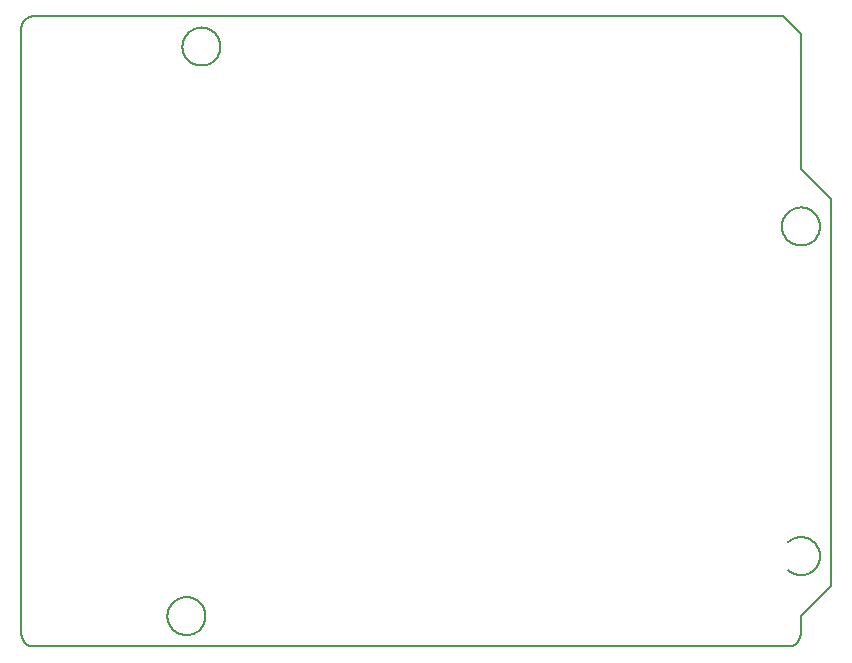
<source format=gko>
G04*
G04 #@! TF.GenerationSoftware,Altium Limited,Altium Designer,20.2.6 (244)*
G04*
G04 Layer_Color=16711935*
%FSLAX44Y44*%
%MOMM*%
G71*
G04*
G04 #@! TF.SameCoordinates,9515D0E1-E452-41A6-BF4E-AEEE6F90C87A*
G04*
G04*
G04 #@! TF.FilePolarity,Positive*
G04*
G01*
G75*
%ADD10C,0.2000*%
D10*
X143693Y40956D02*
X144230Y40806D01*
X143151Y41086D02*
X143693Y40956D01*
X142605Y41198D02*
X143151Y41086D01*
X142056Y41291D02*
X142605Y41198D01*
X141504Y41365D02*
X142056Y41291D01*
X141332Y9398D02*
X141889Y9467D01*
X142443Y9554D01*
X142994Y9661D01*
X143541Y9788D01*
X144083Y9933D01*
X153577Y17350D02*
X153849Y17842D01*
X154104Y18342D01*
X154341Y18850D01*
X154561Y19367D01*
X154762Y19891D01*
X149635Y37997D02*
X150066Y37643D01*
X149193Y38335D02*
X149635Y37997D01*
X148739Y38658D02*
X149193Y38335D01*
X148273Y38965D02*
X148739Y38658D01*
X147798Y39255D02*
X148273Y38965D01*
X147313Y39529D02*
X147798Y39255D01*
X146819Y39786D02*
X147313Y39529D01*
X132317Y39702D02*
X132817Y39948D01*
X131826Y39440D02*
X132317Y39702D01*
X131344Y39160D02*
X131826Y39440D01*
X130872Y38864D02*
X131344Y39160D01*
X130410Y38552D02*
X130872Y38864D01*
X129960Y38224D02*
X130410Y38552D01*
X129521Y37880D02*
X129960Y38224D01*
X129094Y37522D02*
X129521Y37880D01*
X124590Y19756D02*
X124794Y19237D01*
X125016Y18726D01*
X125256Y18223D01*
X125513Y17729D01*
X125786Y17244D01*
X146316Y40026D02*
X146819Y39786D01*
X145805Y40248D02*
X146316Y40026D01*
X145286Y40452D02*
X145805Y40248D01*
X144761Y40638D02*
X145286Y40452D01*
X144230Y40806D02*
X144761Y40638D01*
X154762Y19891D02*
X154945Y20422D01*
X155109Y20958D01*
X155254Y21501D01*
X155380Y22048D01*
X155487Y22599D01*
X155575Y23153D01*
X155644Y23710D01*
X155693Y24269D01*
X155722Y24830D01*
X155732Y25391D01*
X155722Y25948D02*
X155732Y25391D01*
X155693Y26504D02*
X155722Y25948D01*
X155645Y27060D02*
X155693Y26504D01*
X155577Y27613D02*
X155645Y27060D01*
X155491Y28163D02*
X155577Y27613D01*
X155385Y28710D02*
X155491Y28163D01*
X155261Y29253D02*
X155385Y28710D01*
X155118Y29792D02*
X155261Y29253D01*
X154956Y30325D02*
X155118Y29792D01*
X154776Y30852D02*
X154956Y30325D01*
X154578Y31373D02*
X154776Y30852D01*
X154361Y31886D02*
X154578Y31373D01*
X154128Y32392D02*
X154361Y31886D01*
X153876Y32889D02*
X154128Y32392D01*
X153608Y33378D02*
X153876Y32889D01*
X153323Y33857D02*
X153608Y33378D01*
X153021Y34325D02*
X153323Y33857D01*
X152704Y34783D02*
X153021Y34325D01*
X152371Y35230D02*
X152704Y34783D01*
X152022Y35664D02*
X152371Y35230D01*
X151659Y36087D02*
X152022Y35664D01*
X151281Y36496D02*
X151659Y36087D01*
X150890Y36893D02*
X151281Y36496D01*
X150484Y37275D02*
X150890Y36893D01*
X150066Y37643D02*
X150484Y37275D01*
X144083Y9933D02*
X144620Y10097D01*
X145151Y10280D01*
X145675Y10481D01*
X146191Y10700D01*
X146700Y10938D01*
X147200Y11192D01*
X147691Y11465D01*
X148172Y11754D01*
X148643Y12059D01*
X149103Y12381D01*
X149551Y12719D01*
X149987Y13072D01*
X150411Y13441D01*
X150821Y13823D01*
X151218Y14220D01*
X151601Y14631D01*
X151969Y15054D01*
X152323Y15491D01*
X152661Y15939D01*
X152982Y16399D01*
X153288Y16869D01*
X153577Y17350D01*
X140949Y41420D02*
X141504Y41365D01*
X140393Y41455D02*
X140949Y41420D01*
X139836Y41471D02*
X140393Y41455D01*
X139279Y41468D02*
X139836Y41471D01*
X138722Y41445D02*
X139279Y41468D01*
X138167Y41403D02*
X138722Y41445D01*
X137613Y41342D02*
X138167Y41403D01*
X137062Y41262D02*
X137613Y41342D01*
X136513Y41163D02*
X137062Y41262D01*
X135969Y41045D02*
X136513Y41163D01*
X135429Y40908D02*
X135969Y41045D01*
X134894Y40752D02*
X135429Y40908D01*
X134365Y40578D02*
X134894Y40752D01*
X133841Y40386D02*
X134365Y40578D01*
X133326Y40176D02*
X133841Y40386D01*
X132817Y39948D02*
X133326Y40176D01*
X128680Y37149D02*
X129094Y37522D01*
X128280Y36762D02*
X128680Y37149D01*
X127893Y36361D02*
X128280Y36762D01*
X127520Y35947D02*
X127893Y36361D01*
X127161Y35521D02*
X127520Y35947D01*
X126818Y35082D02*
X127161Y35521D01*
X126490Y34632D02*
X126818Y35082D01*
X126178Y34170D02*
X126490Y34632D01*
X125882Y33698D02*
X126178Y34170D01*
X125602Y33216D02*
X125882Y33698D01*
X125339Y32725D02*
X125602Y33216D01*
X125094Y32225D02*
X125339Y32725D01*
X124866Y31716D02*
X125094Y32225D01*
X124656Y31200D02*
X124866Y31716D01*
X124463Y30677D02*
X124656Y31200D01*
X124289Y30148D02*
X124463Y30677D01*
X124134Y29613D02*
X124289Y30148D01*
X123997Y29073D02*
X124134Y29613D01*
X123879Y28528D02*
X123997Y29073D01*
X123779Y27980D02*
X123879Y28528D01*
X123699Y27429D02*
X123779Y27980D01*
X123638Y26875D02*
X123699Y27429D01*
X123596Y26319D02*
X123638Y26875D01*
X123574Y25763D02*
X123596Y26319D01*
X123571Y25205D02*
X123574Y25763D01*
X123571Y25205D02*
X123587Y24648D01*
X123622Y24092D01*
X123677Y23538D01*
X123751Y22986D01*
X123843Y22436D01*
X123955Y21890D01*
X124086Y21349D01*
X124235Y20812D01*
X124403Y20281D01*
X124590Y19756D01*
X139651Y9310D02*
X140212Y9320D01*
X140772Y9349D01*
X141332Y9398D01*
X125786Y17244D02*
X126077Y16768D01*
X126384Y16303D01*
X126707Y15849D01*
X127045Y15406D01*
X127399Y14976D01*
X127767Y14557D01*
X128149Y14152D01*
X128545Y13760D01*
X128955Y13383D01*
X129377Y13019D01*
X129812Y12671D01*
X130259Y12338D01*
X130716Y12020D01*
X131185Y11719D01*
X131664Y11434D01*
X132152Y11165D01*
X132649Y10914D01*
X133155Y10680D01*
X133669Y10464D01*
X134189Y10266D01*
X134717Y10086D01*
X135250Y9924D01*
X135788Y9781D01*
X136332Y9656D01*
X136878Y9551D01*
X137429Y9464D01*
X137982Y9397D01*
X138537Y9349D01*
X139094Y9320D01*
X139651Y9310D01*
X671964Y86869D02*
X672327Y86446D01*
X671586Y87278D02*
X671964Y86869D01*
X671194Y87675D02*
X671586Y87278D01*
X670789Y88057D02*
X671194Y87675D01*
X670371Y88425D02*
X670789Y88057D01*
X669940Y88779D02*
X670371Y88425D01*
X651648Y89942D02*
X652130Y90222D01*
X651176Y89646D02*
X651648Y89942D01*
X650715Y89334D02*
X651176Y89646D01*
X650264Y89006D02*
X650715Y89334D01*
X649825Y88663D02*
X650264Y89006D01*
X669856Y63501D02*
X670292Y63854D01*
X670715Y64223D01*
X671126Y64605D01*
X671523Y65002D01*
X671906Y65413D01*
X672274Y65836D01*
X649682Y63801D02*
X650117Y63453D01*
X650563Y63120D01*
X651021Y62802D01*
X651490Y62501D01*
X651968Y62216D01*
X675882Y78395D02*
X675949Y77842D01*
X675795Y78945D02*
X675882Y78395D01*
X675690Y79492D02*
X675795Y78945D01*
X675565Y80035D02*
X675690Y79492D01*
X675422Y80574D02*
X675565Y80035D01*
X675260Y81107D02*
X675422Y80574D01*
X675080Y81634D02*
X675260Y81107D01*
X674882Y82155D02*
X675080Y81634D01*
X674666Y82669D02*
X674882Y82155D01*
X674432Y83174D02*
X674666Y82669D01*
X674181Y83672D02*
X674432Y83174D01*
X673913Y84160D02*
X674181Y83672D01*
X673627Y84639D02*
X673913Y84160D01*
X673326Y85107D02*
X673627Y84639D01*
X673008Y85565D02*
X673326Y85107D01*
X672675Y86012D02*
X673008Y85565D01*
X672327Y86446D02*
X672675Y86012D01*
X672274Y65836D02*
X672627Y66273D01*
X672965Y66721D01*
X673287Y67181D01*
X673593Y67652D01*
X673882Y68133D01*
X674154Y68623D01*
X674409Y69124D01*
X674646Y69632D01*
X674865Y70149D01*
X675066Y70673D01*
X675249Y71204D01*
X675413Y71741D01*
X675558Y72283D01*
X675685Y72830D01*
X675792Y73381D01*
X675880Y73935D01*
X675948Y74492D01*
X675997Y75051D01*
X676026Y75612D01*
X676036Y76173D01*
X676027Y76730D02*
X676036Y76173D01*
X675997Y77287D02*
X676027Y76730D01*
X675949Y77842D02*
X675997Y77287D01*
X669497Y89117D02*
X669940Y88779D01*
X669043Y89440D02*
X669497Y89117D01*
X668578Y89747D02*
X669043Y89440D01*
X668103Y90037D02*
X668578Y89747D01*
X667617Y90311D02*
X668103Y90037D01*
X667123Y90568D02*
X667617Y90311D01*
X666620Y90808D02*
X667123Y90568D01*
X666109Y91030D02*
X666620Y90808D01*
X665591Y91234D02*
X666109Y91030D01*
X665066Y91420D02*
X665591Y91234D01*
X664534Y91588D02*
X665066Y91420D01*
X663997Y91738D02*
X664534Y91588D01*
X663456Y91868D02*
X663997Y91738D01*
X662910Y91980D02*
X663456Y91868D01*
X662361Y92073D02*
X662910Y91980D01*
X661808Y92147D02*
X662361Y92073D01*
X661254Y92201D02*
X661808Y92147D01*
X660698Y92237D02*
X661254Y92201D01*
X660141Y92253D02*
X660698Y92237D01*
X659584Y92250D02*
X660141Y92253D01*
X659027Y92227D02*
X659584Y92250D01*
X658471Y92185D02*
X659027Y92227D01*
X657918Y92125D02*
X658471Y92185D01*
X657366Y92044D02*
X657918Y92125D01*
X656818Y91945D02*
X657366Y92044D01*
X656273Y91827D02*
X656818Y91945D01*
X655733Y91690D02*
X656273Y91827D01*
X655198Y91534D02*
X655733Y91690D01*
X654669Y91360D02*
X655198Y91534D01*
X654146Y91168D02*
X654669Y91360D01*
X653630Y90958D02*
X654146Y91168D01*
X653122Y90730D02*
X653630Y90958D01*
X652622Y90485D02*
X653122Y90730D01*
X652130Y90222D02*
X652622Y90485D01*
X659955Y60092D02*
X660516Y60102D01*
X661077Y60131D01*
X661636Y60180D01*
X662193Y60249D01*
X662748Y60336D01*
X663299Y60444D01*
X663846Y60570D01*
X664388Y60715D01*
X664924Y60879D01*
X665455Y61062D01*
X665979Y61263D01*
X666496Y61482D01*
X667005Y61720D01*
X667505Y61974D01*
X667996Y62246D01*
X668477Y62536D01*
X668948Y62841D01*
X669407Y63163D01*
X669856Y63501D01*
X651968Y62216D02*
X652457Y61947D01*
X652954Y61696D01*
X653460Y61462D01*
X653973Y61246D01*
X654494Y61048D01*
X655021Y60868D01*
X655554Y60706D01*
X656093Y60563D01*
X656636Y60438D01*
X657183Y60333D01*
X657734Y60246D01*
X658287Y60179D01*
X658842Y60131D01*
X659398Y60102D01*
X659955Y60092D01*
X649399Y88304D02*
X649825Y88663D01*
X648985Y87931D02*
X649399Y88304D01*
X648850Y64542D02*
X649259Y64165D01*
X649682Y63801D01*
X669856Y342591D02*
X670292Y342944D01*
X670715Y343312D01*
X671126Y343695D01*
X671523Y344092D01*
X671906Y344502D01*
X672274Y344926D01*
X649682Y342891D02*
X650117Y342543D01*
X650563Y342210D01*
X671964Y365959D02*
X672327Y365536D01*
X671586Y366368D02*
X671964Y365959D01*
X671194Y366764D02*
X671586Y366368D01*
X670789Y367147D02*
X671194Y366764D01*
X670371Y367515D02*
X670789Y367147D01*
X669940Y367868D02*
X670371Y367515D01*
X651648Y369032D02*
X652130Y369311D01*
X651176Y368736D02*
X651648Y369032D01*
X650715Y368424D02*
X651176Y368736D01*
X650264Y368096D02*
X650715Y368424D01*
X649825Y367752D02*
X650264Y368096D01*
X650563Y342210D02*
X651021Y341892D01*
X651490Y341590D01*
X651968Y341305D01*
X673913Y363250D02*
X674181Y362761D01*
X673627Y363728D02*
X673913Y363250D01*
X673326Y364197D02*
X673627Y363728D01*
X673008Y364655D02*
X673326Y364197D01*
X672675Y365101D02*
X673008Y364655D01*
X669407Y342253D02*
X669856Y342591D01*
X646794Y364503D02*
X647122Y364954D01*
X646482Y364042D02*
X646794Y364503D01*
X646186Y363570D02*
X646482Y364042D01*
X645906Y363088D02*
X646186Y363570D01*
X645644Y362597D02*
X645906Y363088D01*
X647703Y344847D02*
X648071Y344429D01*
X648454Y344024D01*
X648850Y343632D01*
X649259Y343255D01*
X649682Y342891D01*
X672327Y365536D02*
X672675Y365101D01*
X672274Y344926D02*
X672627Y345362D01*
X672965Y345811D01*
X673287Y346270D01*
X673593Y346741D01*
X673882Y347222D01*
X674154Y347713D01*
X674409Y348213D01*
X674646Y348722D01*
X674865Y349239D01*
X675066Y349763D01*
X675249Y350294D01*
X675413Y350830D01*
X675558Y351372D01*
X675685Y351919D01*
X675792Y352470D01*
X675880Y353025D01*
X675948Y353582D01*
X675997Y354141D01*
X676026Y354702D01*
X676036Y355263D01*
X676027Y355820D02*
X676036Y355263D01*
X675997Y356376D02*
X676027Y355820D01*
X675949Y356931D02*
X675997Y356376D01*
X675882Y357485D02*
X675949Y356931D01*
X675795Y358035D02*
X675882Y357485D01*
X675690Y358582D02*
X675795Y358035D01*
X675565Y359125D02*
X675690Y358582D01*
X675422Y359664D02*
X675565Y359125D01*
X675260Y360197D02*
X675422Y359664D01*
X675080Y360724D02*
X675260Y360197D01*
X674882Y361245D02*
X675080Y360724D01*
X674666Y361758D02*
X674882Y361245D01*
X674432Y362264D02*
X674666Y361758D01*
X674181Y362761D02*
X674432Y362264D01*
X669497Y368207D02*
X669940Y367868D01*
X669043Y368530D02*
X669497Y368207D01*
X668578Y368836D02*
X669043Y368530D01*
X668103Y369127D02*
X668578Y368836D01*
X667617Y369401D02*
X668103Y369127D01*
X667123Y369658D02*
X667617Y369401D01*
X666620Y369898D02*
X667123Y369658D01*
X666109Y370120D02*
X666620Y369898D01*
X665591Y370324D02*
X666109Y370120D01*
X665066Y370510D02*
X665591Y370324D01*
X664534Y370678D02*
X665066Y370510D01*
X663997Y370827D02*
X664534Y370678D01*
X663456Y370958D02*
X663997Y370827D01*
X662910Y371070D02*
X663456Y370958D01*
X662361Y371163D02*
X662910Y371070D01*
X661808Y371237D02*
X662361Y371163D01*
X661254Y371291D02*
X661808Y371237D01*
X660698Y371327D02*
X661254Y371291D01*
X660141Y371343D02*
X660698Y371327D01*
X659584Y371339D02*
X660141Y371343D01*
X659027Y371317D02*
X659584Y371339D01*
X658471Y371275D02*
X659027Y371317D01*
X657918Y371214D02*
X658471Y371275D01*
X657366Y371134D02*
X657918Y371214D01*
X656818Y371035D02*
X657366Y371134D01*
X656273Y370917D02*
X656818Y371035D01*
X655733Y370780D02*
X656273Y370917D01*
X655198Y370624D02*
X655733Y370780D01*
X654669Y370450D02*
X655198Y370624D01*
X654146Y370258D02*
X654669Y370450D01*
X653630Y370048D02*
X654146Y370258D01*
X653122Y369820D02*
X653630Y370048D01*
X652622Y369574D02*
X653122Y369820D01*
X652130Y369311D02*
X652622Y369574D01*
X659955Y339182D02*
X660516Y339192D01*
X661077Y339221D01*
X661636Y339270D01*
X662193Y339338D01*
X662748Y339426D01*
X663299Y339533D01*
X663846Y339660D01*
X664388Y339805D01*
X664924Y339969D01*
X665455Y340152D01*
X665979Y340353D01*
X666496Y340572D01*
X667005Y340809D01*
X667505Y341064D01*
X667996Y341336D01*
X668477Y341625D01*
X668948Y341931D01*
X669407Y342253D01*
X651968Y341305D02*
X652457Y341037D01*
X652954Y340786D01*
X653460Y340552D01*
X653973Y340336D01*
X654494Y340137D01*
X655021Y339957D01*
X655554Y339796D01*
X656093Y339652D01*
X656636Y339528D01*
X657183Y339423D01*
X657734Y339336D01*
X658287Y339269D01*
X658842Y339220D01*
X659398Y339192D01*
X659955Y339182D01*
X649399Y367394D02*
X649825Y367752D01*
X648985Y367021D02*
X649399Y367394D01*
X648584Y366634D02*
X648985Y367021D01*
X648197Y366233D02*
X648584Y366634D01*
X647824Y365819D02*
X648197Y366233D01*
X647466Y365392D02*
X647824Y365819D01*
X647122Y364954D02*
X647466Y365392D01*
X645398Y362096D02*
X645644Y362597D01*
X645170Y361588D02*
X645398Y362096D01*
X644960Y361072D02*
X645170Y361588D01*
X644768Y360549D02*
X644960Y361072D01*
X644594Y360020D02*
X644768Y360549D01*
X644438Y359485D02*
X644594Y360020D01*
X644301Y358945D02*
X644438Y359485D01*
X644183Y358400D02*
X644301Y358945D01*
X644084Y357852D02*
X644183Y358400D01*
X644004Y357300D02*
X644084Y357852D01*
X643943Y356747D02*
X644004Y357300D01*
X643901Y356191D02*
X643943Y356747D01*
X643878Y355634D02*
X643901Y356191D01*
X643875Y355077D02*
X643878Y355634D01*
X643875Y355077D02*
X643891Y354520D01*
X643927Y353964D01*
X643981Y353410D01*
X644055Y352857D01*
X644148Y352308D01*
X644260Y351762D01*
X644390Y351221D01*
X644540Y350684D01*
X644708Y350152D01*
X644894Y349627D01*
X645098Y349109D01*
X645320Y348598D01*
X645560Y348095D01*
X645817Y347601D01*
X646091Y347115D01*
X646382Y346640D01*
X646688Y346175D01*
X647011Y345721D01*
X647349Y345278D01*
X647703Y344847D01*
X163977Y518714D02*
X164354Y518305D01*
X163585Y519110D02*
X163977Y518714D01*
X163180Y519493D02*
X163585Y519110D01*
X162762Y519861D02*
X163180Y519493D01*
X162331Y520215D02*
X162762Y519861D01*
X161888Y520553D02*
X162331Y520215D01*
X143567Y521082D02*
X144039Y521378D01*
X143106Y520770D02*
X143567Y521082D01*
X142655Y520442D02*
X143106Y520770D01*
X142217Y520098D02*
X142655Y520442D01*
X141790Y519740D02*
X142217Y520098D01*
X161798Y494599D02*
X162247Y494937D01*
X162683Y495290D01*
X163106Y495658D01*
X163517Y496041D01*
X163914Y496438D01*
X164297Y496849D01*
X141650Y495601D02*
X142073Y495237D01*
X142508Y494889D01*
X142954Y494556D01*
X143412Y494238D01*
X143881Y493937D01*
X168183Y504817D02*
X168271Y505371D01*
X168339Y505928D01*
X168388Y506487D01*
X168417Y507048D01*
X168427Y507609D01*
X136266Y507423D02*
X136282Y506866D01*
X136318Y506310D01*
X136372Y505756D01*
X136446Y505204D01*
X136539Y504654D01*
X168417Y508166D02*
X168427Y507609D01*
X168389Y508722D02*
X168417Y508166D01*
X168340Y509278D02*
X168389Y508722D01*
X168273Y509831D02*
X168340Y509278D01*
X168186Y510381D02*
X168273Y509831D01*
X168081Y510928D02*
X168186Y510381D01*
X167956Y511471D02*
X168081Y510928D01*
X167813Y512010D02*
X167956Y511471D01*
X167652Y512543D02*
X167813Y512010D01*
X167471Y513070D02*
X167652Y512543D01*
X167273Y513591D02*
X167471Y513070D01*
X167057Y514104D02*
X167273Y513591D01*
X166823Y514610D02*
X167057Y514104D01*
X166572Y515107D02*
X166823Y514610D01*
X166304Y515596D02*
X166572Y515107D01*
X166019Y516074D02*
X166304Y515596D01*
X165717Y516543D02*
X166019Y516074D01*
X165399Y517001D02*
X165717Y516543D01*
X165066Y517448D02*
X165399Y517001D01*
X164718Y517882D02*
X165066Y517448D01*
X164354Y518305D02*
X164718Y517882D01*
X164297Y496849D02*
X164665Y497272D01*
X165018Y497709D01*
X165356Y498157D01*
X165678Y498617D01*
X165984Y499087D01*
X166273Y499568D01*
X166545Y500059D01*
X166800Y500560D01*
X167037Y501068D01*
X167256Y501585D01*
X167457Y502109D01*
X167640Y502640D01*
X167804Y503176D01*
X167950Y503719D01*
X168076Y504266D01*
X168183Y504817D01*
X161434Y520876D02*
X161888Y520553D01*
X160969Y521183D02*
X161434Y520876D01*
X160494Y521473D02*
X160969Y521183D01*
X160009Y521747D02*
X160494Y521473D01*
X159514Y522004D02*
X160009Y521747D01*
X159011Y522244D02*
X159514Y522004D01*
X158500Y522466D02*
X159011Y522244D01*
X157982Y522670D02*
X158500Y522466D01*
X157457Y522856D02*
X157982Y522670D01*
X156925Y523024D02*
X157457Y522856D01*
X156389Y523174D02*
X156925Y523024D01*
X155847Y523304D02*
X156389Y523174D01*
X155301Y523416D02*
X155847Y523304D01*
X154752Y523509D02*
X155301Y523416D01*
X154199Y523583D02*
X154752Y523509D01*
X153645Y523637D02*
X154199Y523583D01*
X153089Y523673D02*
X153645Y523637D01*
X152532Y523689D02*
X153089Y523673D01*
X151975Y523686D02*
X152532Y523689D01*
X151418Y523663D02*
X151975Y523686D01*
X150862Y523621D02*
X151418Y523663D01*
X150309Y523560D02*
X150862Y523621D01*
X149757Y523480D02*
X150309Y523560D01*
X149209Y523381D02*
X149757Y523480D01*
X148664Y523263D02*
X149209Y523381D01*
X148124Y523126D02*
X148664Y523263D01*
X147589Y522970D02*
X148124Y523126D01*
X147060Y522796D02*
X147589Y522970D01*
X146537Y522604D02*
X147060Y522796D01*
X146021Y522394D02*
X146537Y522604D01*
X145513Y522166D02*
X146021Y522394D01*
X145013Y521920D02*
X145513Y522166D01*
X144521Y521658D02*
X145013Y521920D01*
X144039Y521378D02*
X144521Y521658D01*
X152346Y491528D02*
X152907Y491538D01*
X153468Y491567D01*
X154027Y491616D01*
X154584Y491684D01*
X155139Y491772D01*
X155690Y491879D01*
X156236Y492006D01*
X156779Y492151D01*
X157316Y492315D01*
X157846Y492498D01*
X158370Y492699D01*
X158887Y492918D01*
X159396Y493156D01*
X159896Y493410D01*
X160387Y493682D01*
X160868Y493971D01*
X161339Y494277D01*
X161798Y494599D01*
X143881Y493937D02*
X144359Y493652D01*
X144848Y493383D01*
X145345Y493132D01*
X145851Y492898D01*
X146364Y492682D01*
X146885Y492484D01*
X147412Y492304D01*
X147945Y492142D01*
X148484Y491999D01*
X149027Y491874D01*
X149574Y491769D01*
X150125Y491682D01*
X150678Y491615D01*
X151233Y491567D01*
X151789Y491538D01*
X152346Y491528D01*
X141376Y519367D02*
X141790Y519740D01*
X140975Y518980D02*
X141376Y519367D01*
X140588Y518579D02*
X140975Y518980D01*
X140215Y518165D02*
X140588Y518579D01*
X139857Y517739D02*
X140215Y518165D01*
X139513Y517300D02*
X139857Y517739D01*
X139185Y516850D02*
X139513Y517300D01*
X138873Y516388D02*
X139185Y516850D01*
X138577Y515916D02*
X138873Y516388D01*
X138298Y515434D02*
X138577Y515916D01*
X138035Y514943D02*
X138298Y515434D01*
X137789Y514442D02*
X138035Y514943D01*
X137561Y513934D02*
X137789Y514442D01*
X137351Y513418D02*
X137561Y513934D01*
X137159Y512895D02*
X137351Y513418D01*
X136985Y512366D02*
X137159Y512895D01*
X136829Y511831D02*
X136985Y512366D01*
X136692Y511291D02*
X136829Y511831D01*
X136574Y510746D02*
X136692Y511291D01*
X136475Y510198D02*
X136574Y510746D01*
X136395Y509647D02*
X136475Y510198D01*
X136334Y509093D02*
X136395Y509647D01*
X136292Y508537D02*
X136334Y509093D01*
X136270Y507980D02*
X136292Y508537D01*
X136266Y507423D02*
X136270Y507980D01*
X136539Y504654D02*
X136651Y504108D01*
X136782Y503567D01*
X136931Y503030D01*
X137099Y502499D01*
X137285Y501973D01*
X137489Y501455D01*
X137711Y500944D01*
X137951Y500441D01*
X138208Y499947D01*
X138482Y499462D01*
X138772Y498986D01*
X139079Y498521D01*
X139402Y498067D01*
X139740Y497624D01*
X140094Y497193D01*
X140462Y496775D01*
X140845Y496370D01*
X141241Y495978D01*
X141650Y495601D01*
X9945Y533000D02*
X644721D01*
X9945Y0D02*
X650010D01*
X659955Y25391D02*
X685346Y50782D01*
X659955Y403506D02*
X685346Y378115D01*
X0Y9945D02*
Y522844D01*
X644721Y533000D02*
X659955Y517765D01*
X423Y525594D02*
X1269Y527922D01*
X0Y522844D02*
X423Y525594D01*
X650010Y0D02*
X652549Y423D01*
X1269Y527922D02*
X2962Y530038D01*
X0Y9945D02*
X423Y7406D01*
X1269Y5078D01*
X2962Y2962D01*
X685346Y50782D02*
Y378115D01*
X659955Y403506D02*
Y517765D01*
Y9945D02*
Y25391D01*
X652549Y423D02*
X654877Y1270D01*
X656993Y2962D01*
X658686Y5078D01*
X659532Y7406D01*
X659955Y9945D01*
X7406Y532577D02*
X9945Y533000D01*
X5078Y531519D02*
X7406Y532577D01*
X2962Y530038D02*
X5078Y531519D01*
X2962Y2962D02*
X5078Y1270D01*
X7406Y423D01*
X9945Y0D01*
M02*

</source>
